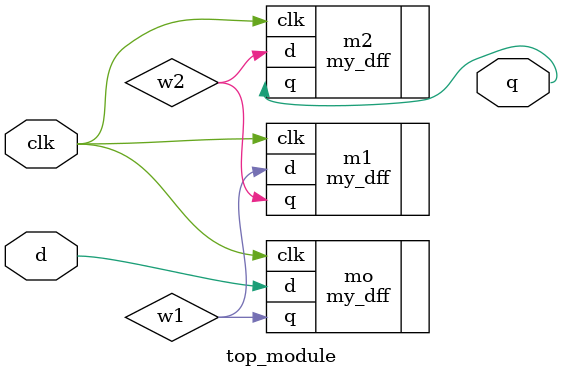
<source format=v>
module top_module ( input clk, input d, output q ); 
    wire w1,w2;
    
    my_dff mo(.clk(clk),.d(d),.q(w1));
    my_dff m1(.clk(clk),.d(w1),.q(w2));
    my_dff m2(.clk(clk),.d(w2),.q(q));

endmodule

</source>
